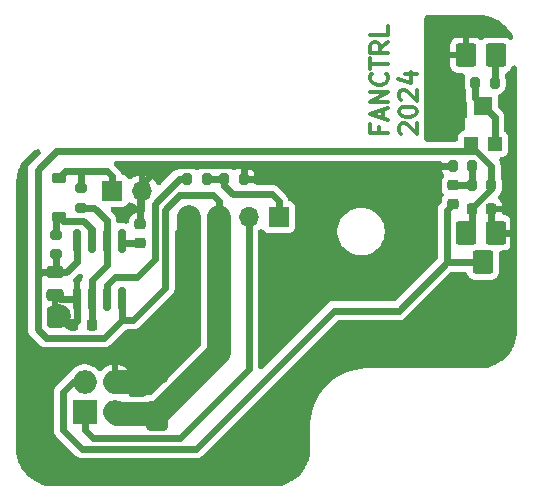
<source format=gbr>
%TF.GenerationSoftware,KiCad,Pcbnew,8.0.5-8.0.5-0~ubuntu22.04.1*%
%TF.CreationDate,2024-11-13T11:33:30+02:00*%
%TF.ProjectId,spindle_fan_control,7370696e-646c-4655-9f66-616e5f636f6e,rev?*%
%TF.SameCoordinates,PX7735940PY6252e60*%
%TF.FileFunction,Copper,L1,Top*%
%TF.FilePolarity,Positive*%
%FSLAX46Y46*%
G04 Gerber Fmt 4.6, Leading zero omitted, Abs format (unit mm)*
G04 Created by KiCad (PCBNEW 8.0.5-8.0.5-0~ubuntu22.04.1) date 2024-11-13 11:33:30*
%MOMM*%
%LPD*%
G01*
G04 APERTURE LIST*
G04 Aperture macros list*
%AMRoundRect*
0 Rectangle with rounded corners*
0 $1 Rounding radius*
0 $2 $3 $4 $5 $6 $7 $8 $9 X,Y pos of 4 corners*
0 Add a 4 corners polygon primitive as box body*
4,1,4,$2,$3,$4,$5,$6,$7,$8,$9,$2,$3,0*
0 Add four circle primitives for the rounded corners*
1,1,$1+$1,$2,$3*
1,1,$1+$1,$4,$5*
1,1,$1+$1,$6,$7*
1,1,$1+$1,$8,$9*
0 Add four rect primitives between the rounded corners*
20,1,$1+$1,$2,$3,$4,$5,0*
20,1,$1+$1,$4,$5,$6,$7,0*
20,1,$1+$1,$6,$7,$8,$9,0*
20,1,$1+$1,$8,$9,$2,$3,0*%
G04 Aperture macros list end*
%ADD10C,0.300000*%
%TA.AperFunction,NonConductor*%
%ADD11C,0.300000*%
%TD*%
%TA.AperFunction,ComponentPad*%
%ADD12RoundRect,0.212500X0.637500X-0.787500X0.637500X0.787500X-0.637500X0.787500X-0.637500X-0.787500X0*%
%TD*%
%TA.AperFunction,SMDPad,CuDef*%
%ADD13RoundRect,0.200000X-0.200000X-0.275000X0.200000X-0.275000X0.200000X0.275000X-0.200000X0.275000X0*%
%TD*%
%TA.AperFunction,SMDPad,CuDef*%
%ADD14RoundRect,0.218750X0.256250X-0.218750X0.256250X0.218750X-0.256250X0.218750X-0.256250X-0.218750X0*%
%TD*%
%TA.AperFunction,SMDPad,CuDef*%
%ADD15RoundRect,0.200000X0.275000X-0.200000X0.275000X0.200000X-0.275000X0.200000X-0.275000X-0.200000X0*%
%TD*%
%TA.AperFunction,ComponentPad*%
%ADD16R,2.000000X2.000000*%
%TD*%
%TA.AperFunction,ComponentPad*%
%ADD17O,2.000000X2.000000*%
%TD*%
%TA.AperFunction,SMDPad,CuDef*%
%ADD18RoundRect,0.150000X0.150000X-0.825000X0.150000X0.825000X-0.150000X0.825000X-0.150000X-0.825000X0*%
%TD*%
%TA.AperFunction,SMDPad,CuDef*%
%ADD19RoundRect,0.200000X0.200000X0.275000X-0.200000X0.275000X-0.200000X-0.275000X0.200000X-0.275000X0*%
%TD*%
%TA.AperFunction,SMDPad,CuDef*%
%ADD20RoundRect,0.225000X-0.250000X0.225000X-0.250000X-0.225000X0.250000X-0.225000X0.250000X0.225000X0*%
%TD*%
%TA.AperFunction,SMDPad,CuDef*%
%ADD21R,1.200000X1.200000*%
%TD*%
%TA.AperFunction,SMDPad,CuDef*%
%ADD22R,1.600000X1.500000*%
%TD*%
%TA.AperFunction,SMDPad,CuDef*%
%ADD23RoundRect,0.225000X0.225000X0.250000X-0.225000X0.250000X-0.225000X-0.250000X0.225000X-0.250000X0*%
%TD*%
%TA.AperFunction,SMDPad,CuDef*%
%ADD24RoundRect,0.250000X0.475000X-0.250000X0.475000X0.250000X-0.475000X0.250000X-0.475000X-0.250000X0*%
%TD*%
%TA.AperFunction,SMDPad,CuDef*%
%ADD25RoundRect,0.250000X0.650000X-1.000000X0.650000X1.000000X-0.650000X1.000000X-0.650000X-1.000000X0*%
%TD*%
%TA.AperFunction,SMDPad,CuDef*%
%ADD26RoundRect,0.200000X-0.275000X0.200000X-0.275000X-0.200000X0.275000X-0.200000X0.275000X0.200000X0*%
%TD*%
%TA.AperFunction,ComponentPad*%
%ADD27R,1.700000X1.700000*%
%TD*%
%TA.AperFunction,ComponentPad*%
%ADD28O,1.700000X1.700000*%
%TD*%
%TA.AperFunction,SMDPad,CuDef*%
%ADD29RoundRect,0.225000X-0.375000X0.225000X-0.375000X-0.225000X0.375000X-0.225000X0.375000X0.225000X0*%
%TD*%
%TA.AperFunction,ViaPad*%
%ADD30C,2.000000*%
%TD*%
%TA.AperFunction,Conductor*%
%ADD31C,0.600000*%
%TD*%
%TA.AperFunction,Conductor*%
%ADD32C,2.000000*%
%TD*%
G04 APERTURE END LIST*
D10*
D11*
X1500198Y8854511D02*
X1500198Y8354511D01*
X2285912Y8354511D02*
X785912Y8354511D01*
X785912Y8354511D02*
X785912Y9068797D01*
X1857341Y9568797D02*
X1857341Y10283082D01*
X2285912Y9425940D02*
X785912Y9925940D01*
X785912Y9925940D02*
X2285912Y10425940D01*
X2285912Y10925939D02*
X785912Y10925939D01*
X785912Y10925939D02*
X2285912Y11783082D01*
X2285912Y11783082D02*
X785912Y11783082D01*
X2143055Y13354511D02*
X2214484Y13283083D01*
X2214484Y13283083D02*
X2285912Y13068797D01*
X2285912Y13068797D02*
X2285912Y12925940D01*
X2285912Y12925940D02*
X2214484Y12711654D01*
X2214484Y12711654D02*
X2071626Y12568797D01*
X2071626Y12568797D02*
X1928769Y12497368D01*
X1928769Y12497368D02*
X1643055Y12425940D01*
X1643055Y12425940D02*
X1428769Y12425940D01*
X1428769Y12425940D02*
X1143055Y12497368D01*
X1143055Y12497368D02*
X1000198Y12568797D01*
X1000198Y12568797D02*
X857341Y12711654D01*
X857341Y12711654D02*
X785912Y12925940D01*
X785912Y12925940D02*
X785912Y13068797D01*
X785912Y13068797D02*
X857341Y13283083D01*
X857341Y13283083D02*
X928769Y13354511D01*
X785912Y13783083D02*
X785912Y14640225D01*
X2285912Y14211654D02*
X785912Y14211654D01*
X2285912Y15997368D02*
X1571626Y15497368D01*
X2285912Y15140225D02*
X785912Y15140225D01*
X785912Y15140225D02*
X785912Y15711654D01*
X785912Y15711654D02*
X857341Y15854511D01*
X857341Y15854511D02*
X928769Y15925940D01*
X928769Y15925940D02*
X1071626Y15997368D01*
X1071626Y15997368D02*
X1285912Y15997368D01*
X1285912Y15997368D02*
X1428769Y15925940D01*
X1428769Y15925940D02*
X1500198Y15854511D01*
X1500198Y15854511D02*
X1571626Y15711654D01*
X1571626Y15711654D02*
X1571626Y15140225D01*
X2285912Y17354511D02*
X2285912Y16640225D01*
X2285912Y16640225D02*
X785912Y16640225D01*
X3343685Y8283083D02*
X3272257Y8354511D01*
X3272257Y8354511D02*
X3200828Y8497368D01*
X3200828Y8497368D02*
X3200828Y8854511D01*
X3200828Y8854511D02*
X3272257Y8997368D01*
X3272257Y8997368D02*
X3343685Y9068797D01*
X3343685Y9068797D02*
X3486542Y9140226D01*
X3486542Y9140226D02*
X3629400Y9140226D01*
X3629400Y9140226D02*
X3843685Y9068797D01*
X3843685Y9068797D02*
X4700828Y8211654D01*
X4700828Y8211654D02*
X4700828Y9140226D01*
X3200828Y10068797D02*
X3200828Y10211654D01*
X3200828Y10211654D02*
X3272257Y10354511D01*
X3272257Y10354511D02*
X3343685Y10425939D01*
X3343685Y10425939D02*
X3486542Y10497368D01*
X3486542Y10497368D02*
X3772257Y10568797D01*
X3772257Y10568797D02*
X4129400Y10568797D01*
X4129400Y10568797D02*
X4415114Y10497368D01*
X4415114Y10497368D02*
X4557971Y10425939D01*
X4557971Y10425939D02*
X4629400Y10354511D01*
X4629400Y10354511D02*
X4700828Y10211654D01*
X4700828Y10211654D02*
X4700828Y10068797D01*
X4700828Y10068797D02*
X4629400Y9925939D01*
X4629400Y9925939D02*
X4557971Y9854511D01*
X4557971Y9854511D02*
X4415114Y9783082D01*
X4415114Y9783082D02*
X4129400Y9711654D01*
X4129400Y9711654D02*
X3772257Y9711654D01*
X3772257Y9711654D02*
X3486542Y9783082D01*
X3486542Y9783082D02*
X3343685Y9854511D01*
X3343685Y9854511D02*
X3272257Y9925939D01*
X3272257Y9925939D02*
X3200828Y10068797D01*
X3343685Y11140225D02*
X3272257Y11211653D01*
X3272257Y11211653D02*
X3200828Y11354510D01*
X3200828Y11354510D02*
X3200828Y11711653D01*
X3200828Y11711653D02*
X3272257Y11854510D01*
X3272257Y11854510D02*
X3343685Y11925939D01*
X3343685Y11925939D02*
X3486542Y11997368D01*
X3486542Y11997368D02*
X3629400Y11997368D01*
X3629400Y11997368D02*
X3843685Y11925939D01*
X3843685Y11925939D02*
X4700828Y11068796D01*
X4700828Y11068796D02*
X4700828Y11997368D01*
X3700828Y13283081D02*
X4700828Y13283081D01*
X3129400Y12925939D02*
X4200828Y12568796D01*
X4200828Y12568796D02*
X4200828Y13497367D01*
D12*
%TO.P,U2,1,VCC*%
%TO.N,+12V*%
X8900000Y-100000D03*
%TO.P,U2,2,VOUT*%
%TO.N,/SPINDLE_SPEED*%
X10300000Y-2600000D03*
%TO.P,U2,3,GND*%
%TO.N,GND*%
X11400000Y-100000D03*
%TO.P,U2,5,K*%
X8860000Y14900000D03*
%TO.P,U2,4,A*%
%TO.N,Net-(U2-A)*%
X11400000Y14900000D03*
%TD*%
D13*
%TO.P,R3,1*%
%TO.N,Net-(R3-Pad1)*%
X9675000Y12600000D03*
%TO.P,R3,2*%
%TO.N,Net-(U2-A)*%
X11325000Y12600000D03*
%TD*%
D14*
%TO.P,D3,1,K*%
%TO.N,/SPINDLE_SPEED*%
X7800000Y2312500D03*
%TO.P,D3,2,A*%
%TO.N,Net-(D3-A)*%
X7800000Y3887500D03*
%TD*%
D15*
%TO.P,R1,1*%
%TO.N,/THR*%
X-23680000Y1990092D03*
%TO.P,R1,2*%
%TO.N,Net-(D1-K)*%
X-23680000Y3640092D03*
%TD*%
D16*
%TO.P,J1,1,Pin_1*%
%TO.N,/FAN_SPEED*%
X-23400000Y-15300000D03*
D17*
%TO.P,J1,2,Pin_2*%
%TO.N,/SPINDLE_SPEED*%
X-23400000Y-12760000D03*
%TO.P,J1,3,Pin_3*%
%TO.N,GND*%
X-20860000Y-12760000D03*
%TO.P,J1,4,Pin_4*%
%TO.N,+12V*%
X-20860000Y-15300000D03*
%TD*%
D13*
%TO.P,R7,1*%
%TO.N,/PWM_5V*%
X-11605000Y4450000D03*
%TO.P,R7,2*%
%TO.N,GND*%
X-9955000Y4450000D03*
%TD*%
D18*
%TO.P,U1,1,GND*%
%TO.N,GND*%
X-24085000Y-5734908D03*
%TO.P,U1,2,TR*%
%TO.N,/THR*%
X-22815000Y-5734908D03*
%TO.P,U1,3,Q*%
%TO.N,/PWM*%
X-21545000Y-5734908D03*
%TO.P,U1,4,R*%
%TO.N,+12V*%
X-20275000Y-5734908D03*
%TO.P,U1,5,CV*%
%TO.N,Net-(U1-CV)*%
X-20275000Y-784908D03*
%TO.P,U1,6,THR*%
%TO.N,/THR*%
X-21545000Y-784908D03*
%TO.P,U1,7,DIS*%
%TO.N,Net-(D1-A)*%
X-22815000Y-784908D03*
%TO.P,U1,8,VCC*%
%TO.N,+12V*%
X-24085000Y-784908D03*
%TD*%
D13*
%TO.P,R6,1*%
%TO.N,/PWM*%
X-14705000Y4450000D03*
%TO.P,R6,2*%
%TO.N,/PWM_5V*%
X-13055000Y4450000D03*
%TD*%
D19*
%TO.P,R4,1*%
%TO.N,Net-(D3-A)*%
X9425000Y5500000D03*
%TO.P,R4,2*%
%TO.N,GND*%
X7775000Y5500000D03*
%TD*%
D20*
%TO.P,C2,1*%
%TO.N,GND*%
X-18680000Y590092D03*
%TO.P,C2,2*%
%TO.N,Net-(U1-CV)*%
X-18680000Y-959908D03*
%TD*%
D21*
%TO.P,RV1,1,1*%
%TO.N,+12V*%
X9300000Y7400000D03*
D22*
%TO.P,RV1,2,2*%
%TO.N,Net-(R3-Pad1)*%
X10300000Y10650000D03*
D21*
%TO.P,RV1,3,3*%
X11300000Y7400000D03*
%TD*%
D23*
%TO.P,C4,1*%
%TO.N,GND*%
X10975000Y1900000D03*
%TO.P,C4,2*%
%TO.N,+12V*%
X9425000Y1900000D03*
%TD*%
D24*
%TO.P,C3,1*%
%TO.N,GND*%
X-25900000Y-5350000D03*
%TO.P,C3,2*%
%TO.N,+12V*%
X-25900000Y-3450000D03*
%TD*%
D19*
%TO.P,R5,1*%
%TO.N,+12V*%
X11025000Y3900000D03*
%TO.P,R5,2*%
%TO.N,Net-(D3-A)*%
X9375000Y3900000D03*
%TD*%
D25*
%TO.P,D2,1,K*%
%TO.N,+12V*%
X-17300000Y-15600000D03*
%TO.P,D2,2,A*%
%TO.N,GND*%
X-17300000Y-11600000D03*
%TD*%
D23*
%TO.P,C1,1*%
%TO.N,/THR*%
X-22805000Y-7884908D03*
%TO.P,C1,2*%
%TO.N,GND*%
X-24355000Y-7884908D03*
%TD*%
D26*
%TO.P,R2,1*%
%TO.N,Net-(D1-A)*%
X-25800000Y-275000D03*
%TO.P,R2,2*%
%TO.N,+12V*%
X-25800000Y-1925000D03*
%TD*%
D27*
%TO.P,TH1,1*%
%TO.N,Net-(D1-K)*%
X-21080000Y3450000D03*
D28*
%TO.P,TH1,2*%
%TO.N,GND*%
X-18540000Y3450000D03*
%TD*%
D27*
%TO.P,J2,1,Pin_1*%
%TO.N,/PWM_5V*%
X-6980000Y1225000D03*
D28*
%TO.P,J2,2,Pin_2*%
%TO.N,/FAN_SPEED*%
X-9520000Y1225000D03*
%TO.P,J2,3,Pin_3*%
%TO.N,+12V*%
X-12060000Y1225000D03*
%TO.P,J2,4,Pin_4*%
%TO.N,GND*%
X-14600000Y1225000D03*
%TD*%
D29*
%TO.P,D1,1,K*%
%TO.N,Net-(D1-K)*%
X-25600000Y4550000D03*
%TO.P,D1,2,A*%
%TO.N,Net-(D1-A)*%
X-25600000Y1250000D03*
%TD*%
D30*
%TO.N,GND*%
X6900000Y10700000D03*
X-27500000Y-10900000D03*
X-5500000Y4100000D03*
X-25576129Y-7176129D03*
X10000000Y-7900000D03*
%TD*%
D31*
%TO.N,Net-(R3-Pad1)*%
X9675000Y12600000D02*
X9675000Y11275000D01*
X9675000Y11275000D02*
X10300000Y10650000D01*
%TO.N,Net-(U2-A)*%
X11325000Y12600000D02*
X11325000Y14825000D01*
X11325000Y14825000D02*
X11400000Y14900000D01*
%TO.N,GND*%
X12900000Y-800000D02*
X12900000Y2500000D01*
X12900000Y-100000D02*
X12900000Y-800000D01*
X12900000Y-800000D02*
X12900000Y-5900000D01*
X11400000Y-100000D02*
X12900000Y-100000D01*
X12900000Y-5900000D02*
X10900000Y-7900000D01*
X10900000Y-7900000D02*
X10000000Y-7900000D01*
%TO.N,/THR*%
X-22815000Y-4119908D02*
X-21545000Y-2849908D01*
X-21545000Y-2849908D02*
X-21545000Y-784908D01*
X-22815000Y-5734908D02*
X-22815000Y-7874908D01*
X-21545000Y945000D02*
X-22590092Y1990092D01*
X-22815000Y-7874908D02*
X-22805000Y-7884908D01*
X-21545000Y-784908D02*
X-21545000Y945000D01*
X-22590092Y1990092D02*
X-23680000Y1990092D01*
X-22815000Y-5734908D02*
X-22815000Y-4119908D01*
%TO.N,GND*%
X-10130000Y5600000D02*
X-16930000Y5600000D01*
X-24085000Y-7614908D02*
X-24355000Y-7884908D01*
D32*
X-18260000Y-12760000D02*
X-14600000Y-9100000D01*
D31*
X-18680000Y3310000D02*
X-18540000Y3450000D01*
X-16930000Y5600000D02*
X-18540000Y3990000D01*
X-10030000Y5500000D02*
X-10130000Y5600000D01*
D32*
X-20860000Y-12760000D02*
X-18260000Y-12760000D01*
D31*
X-25515092Y-5734908D02*
X-25900000Y-5350000D01*
X-18680000Y590092D02*
X-18680000Y3310000D01*
X-24085000Y-5734908D02*
X-25515092Y-5734908D01*
X7775000Y5500000D02*
X-10030000Y5500000D01*
X10975000Y1900000D02*
X10975000Y325000D01*
X10975000Y325000D02*
X11400000Y-100000D01*
D32*
X-14600000Y-2150000D02*
X-14600000Y-50000D01*
D31*
X-5500000Y4100000D02*
X-5850000Y4450000D01*
X-14875000Y-7525000D02*
X-14600000Y-7250000D01*
X-5850000Y4450000D02*
X-9955000Y4450000D01*
X-24085000Y-5734908D02*
X-24085000Y-7614908D01*
X-18540000Y3990000D02*
X-18540000Y3450000D01*
X-24867350Y-7884908D02*
X-24355000Y-7884908D01*
X-9955000Y5425000D02*
X-10130000Y5600000D01*
X-14850000Y200000D02*
X-14600000Y-50000D01*
X-25576129Y-7176129D02*
X-24867350Y-7884908D01*
D32*
X-14600000Y-50000D02*
X-14600000Y1225000D01*
D31*
X-14600000Y-7250000D02*
X-14600000Y-2150000D01*
X-9955000Y4450000D02*
X-9955000Y5425000D01*
D32*
X-14600000Y-9100000D02*
X-14600000Y-2150000D01*
D31*
%TO.N,Net-(U1-CV)*%
X-18680000Y-959908D02*
X-20100000Y-959908D01*
X-20100000Y-959908D02*
X-20275000Y-784908D01*
%TO.N,+12V*%
X-25800000Y-1925000D02*
X-25800000Y-3350000D01*
X-25900000Y-3450000D02*
X-24950000Y-3450000D01*
X11025000Y3597960D02*
X9425000Y1997960D01*
X-15380000Y3050000D02*
X-16580000Y1850000D01*
X-27400000Y-2395000D02*
X-27400000Y-3600000D01*
X-27400000Y-8300000D02*
X-26700000Y-9000000D01*
X8700000Y6800000D02*
X-25800000Y6800000D01*
X-24085000Y-2585000D02*
X-24085000Y-784908D01*
X-27050000Y-3450000D02*
X-25900000Y-3450000D01*
D32*
X-12060000Y-10260000D02*
X-17300000Y-15500000D01*
D31*
X-12060000Y1225000D02*
X-12060000Y2530000D01*
X-21775000Y-9000000D02*
X-20275000Y-7500000D01*
X-12580000Y3050000D02*
X-15380000Y3050000D01*
X9425000Y1900000D02*
X9425000Y425000D01*
D32*
X-17300000Y-15500000D02*
X-20660000Y-15500000D01*
D31*
X-25800000Y-3350000D02*
X-25900000Y-3450000D01*
X-16580000Y1850000D02*
X-16580000Y-4780000D01*
X-27400000Y-3600000D02*
X-27300000Y-3700000D01*
X9736912Y6800000D02*
X11025000Y5511912D01*
X-27300000Y-3700000D02*
X-27050000Y-3450000D01*
X9425000Y1997960D02*
X9425000Y1900000D01*
X11025000Y3900000D02*
X11025000Y3597960D01*
X-19300000Y-7500000D02*
X-20275000Y-7500000D01*
X-25800000Y6800000D02*
X-27400000Y5200000D01*
D32*
X-12060000Y1225000D02*
X-12060000Y-10260000D01*
D31*
X11025000Y5511912D02*
X11025000Y3900000D01*
D32*
X-20660000Y-15500000D02*
X-20860000Y-15300000D01*
D31*
X9300000Y7400000D02*
X8700000Y6800000D01*
X-27400000Y-2395000D02*
X-27400000Y-8300000D01*
X8700000Y6800000D02*
X9736912Y6800000D01*
X-20275000Y-7500000D02*
X-20275000Y-5734908D01*
X9425000Y425000D02*
X8900000Y-100000D01*
X-12060000Y2530000D02*
X-12580000Y3050000D01*
X-16580000Y-4780000D02*
X-19300000Y-7500000D01*
X-24950000Y-3450000D02*
X-24085000Y-2585000D01*
X-27400000Y5200000D02*
X-27400000Y-2395000D01*
X-26700000Y-9000000D02*
X-21775000Y-9000000D01*
%TO.N,Net-(D1-K)*%
X-21500000Y5100000D02*
X-23500000Y5100000D01*
X-23680000Y4920000D02*
X-23500000Y5100000D01*
X-21080000Y4680000D02*
X-21500000Y5100000D01*
X-23500000Y5100000D02*
X-25050000Y5100000D01*
X-23680000Y3640092D02*
X-23680000Y4920000D01*
X-21080000Y3450000D02*
X-21080000Y4680000D01*
X-25050000Y5100000D02*
X-25600000Y4550000D01*
%TO.N,Net-(D1-A)*%
X-25800000Y-275000D02*
X-25800000Y1050000D01*
X-25800000Y1050000D02*
X-25600000Y1250000D01*
X-22815000Y-784908D02*
X-22815000Y190091D01*
X-23524909Y900000D02*
X-25250000Y900000D01*
X-25250000Y900000D02*
X-25600000Y1250000D01*
X-22815000Y190091D02*
X-23524909Y900000D01*
%TO.N,/SPINDLE_SPEED*%
X-24360000Y-12760000D02*
X-25200000Y-13600000D01*
X-23600000Y-18400000D02*
X-14000000Y-18400000D01*
X-23400000Y-12760000D02*
X-24360000Y-12760000D01*
X-25200000Y-16800000D02*
X-23600000Y-18400000D01*
X-14000000Y-18400000D02*
X-2300000Y-6700000D01*
X3200000Y-6700000D02*
X7300000Y-2600000D01*
X-25200000Y-13600000D02*
X-25200000Y-16800000D01*
X7300000Y-2600000D02*
X10300000Y-2600000D01*
X7300000Y-2600000D02*
X7300000Y1812500D01*
X-2300000Y-6700000D02*
X3200000Y-6700000D01*
X7300000Y1812500D02*
X7800000Y2312500D01*
%TO.N,Net-(D3-A)*%
X9425000Y3950000D02*
X9375000Y3900000D01*
X7800000Y3887500D02*
X9362500Y3887500D01*
X9362500Y3887500D02*
X9375000Y3900000D01*
X9425000Y5500000D02*
X9425000Y3950000D01*
%TO.N,/FAN_SPEED*%
X-9520000Y-11690000D02*
X-15330000Y-17500000D01*
X-22700000Y-17500000D02*
X-23400000Y-16800000D01*
X-15330000Y-17500000D02*
X-22700000Y-17500000D01*
X-9520000Y1225000D02*
X-9520000Y-11690000D01*
X-23400000Y-16800000D02*
X-23400000Y-15300000D01*
%TO.N,/PWM_5V*%
X-7580000Y3150000D02*
X-6980000Y2550000D01*
X-10880000Y3150000D02*
X-7580000Y3150000D01*
X-11605000Y3875000D02*
X-10880000Y3150000D01*
X-6980000Y2550000D02*
X-6980000Y1225000D01*
X-11605000Y4450000D02*
X-11605000Y3875000D01*
X-13055000Y4450000D02*
X-11605000Y4450000D01*
%TO.N,Net-(R3-Pad1)*%
X11300000Y7400000D02*
X11300000Y9650000D01*
X11300000Y9650000D02*
X10300000Y10650000D01*
X10425000Y10775000D02*
X10300000Y10650000D01*
%TO.N,GND*%
X8775000Y14815000D02*
X8860000Y14900000D01*
%TO.N,/PWM*%
X-15380000Y4450000D02*
X-17480000Y2350000D01*
X-17480000Y2350000D02*
X-17480000Y-2380000D01*
X-21545000Y-4515000D02*
X-21545000Y-5734908D01*
X-18950000Y-3850000D02*
X-20880000Y-3850000D01*
X-20880000Y-3850000D02*
X-21545000Y-4515000D01*
X-17480000Y-2380000D02*
X-18950000Y-3850000D01*
X-14705000Y4450000D02*
X-15380000Y4450000D01*
%TD*%
%TA.AperFunction,Conductor*%
%TO.N,GND*%
G36*
X-27304812Y6939277D02*
G01*
X-27220044Y6891806D01*
X-27159896Y6815509D01*
X-27133524Y6722002D01*
X-27144943Y6625520D01*
X-27192414Y6540752D01*
X-27205686Y6526395D01*
X-27910289Y5821790D01*
X-28021788Y5710291D01*
X-28021790Y5710288D01*
X-28109394Y5579181D01*
X-28109397Y5579174D01*
X-28169737Y5433498D01*
X-28169739Y5433493D01*
X-28200500Y5278847D01*
X-28200500Y-8378846D01*
X-28169739Y-8533492D01*
X-28169737Y-8533497D01*
X-28109397Y-8679173D01*
X-28109394Y-8679180D01*
X-28021790Y-8810287D01*
X-28021789Y-8810289D01*
X-27321790Y-9510289D01*
X-27210291Y-9621787D01*
X-27210289Y-9621789D01*
X-27079179Y-9709394D01*
X-26976167Y-9752062D01*
X-26933498Y-9769737D01*
X-26778843Y-9800500D01*
X-26778842Y-9800500D01*
X-26778840Y-9800500D01*
X-21696158Y-9800500D01*
X-21541503Y-9769737D01*
X-21395821Y-9709394D01*
X-21264711Y-9621789D01*
X-20016352Y-8373430D01*
X-19935570Y-8319454D01*
X-19840282Y-8300500D01*
X-19221158Y-8300500D01*
X-19066503Y-8269737D01*
X-18920821Y-8209394D01*
X-18789711Y-8121789D01*
X-15958211Y-5290289D01*
X-15870606Y-5159179D01*
X-15810263Y-5013497D01*
X-15779500Y-4858842D01*
X-15779500Y-4701158D01*
X-15779500Y-75475D01*
X-15760546Y19813D01*
X-15706570Y100595D01*
X-15625788Y154571D01*
X-15530500Y173525D01*
X-15435212Y154571D01*
X-15387679Y128494D01*
X-15277577Y51400D01*
X-15063489Y-48431D01*
X-14850000Y-105635D01*
X-14850000Y791988D01*
X-14792993Y759075D01*
X-14665826Y725000D01*
X-14534174Y725000D01*
X-14407007Y759075D01*
X-14350000Y791988D01*
X-14350000Y-105635D01*
X-14136512Y-48431D01*
X-13914732Y54986D01*
X-13820361Y78078D01*
X-13724337Y63299D01*
X-13641278Y12897D01*
X-13583829Y-65453D01*
X-13560737Y-159824D01*
X-13560500Y-170685D01*
X-13560500Y-9535332D01*
X-13579454Y-9630620D01*
X-13633430Y-9711402D01*
X-17698599Y-13776570D01*
X-17779381Y-13830546D01*
X-17874667Y-13849500D01*
X-18000006Y-13849500D01*
X-18102801Y-13860001D01*
X-18269335Y-13915185D01*
X-18269336Y-13915186D01*
X-18345929Y-13962429D01*
X-18436981Y-13996320D01*
X-18476646Y-13999500D01*
X-19417935Y-13999500D01*
X-19513223Y-13980546D01*
X-19594005Y-13926570D01*
X-19647981Y-13845788D01*
X-19666935Y-13750500D01*
X-19647981Y-13655212D01*
X-19626389Y-13614310D01*
X-19536274Y-13476377D01*
X-19536269Y-13476368D01*
X-19436414Y-13248722D01*
X-19375961Y-13010000D01*
X-20484722Y-13010000D01*
X-20440667Y-12933694D01*
X-20410000Y-12819244D01*
X-20410000Y-12700756D01*
X-20440667Y-12586306D01*
X-20484722Y-12510000D01*
X-19375961Y-12510000D01*
X-19436414Y-12271277D01*
X-19536269Y-12043631D01*
X-19536269Y-12043630D01*
X-19672231Y-11835524D01*
X-19672233Y-11835522D01*
X-19840589Y-11652639D01*
X-19840601Y-11652629D01*
X-20036763Y-11499949D01*
X-20036770Y-11499944D01*
X-20255394Y-11381630D01*
X-20490513Y-11300915D01*
X-20610000Y-11280976D01*
X-20610000Y-12384722D01*
X-20686306Y-12340667D01*
X-20800756Y-12310000D01*
X-20919244Y-12310000D01*
X-21033694Y-12340667D01*
X-21110000Y-12384722D01*
X-21110000Y-11280976D01*
X-21110001Y-11280976D01*
X-21229488Y-11300915D01*
X-21464607Y-11381630D01*
X-21683231Y-11499944D01*
X-21683238Y-11499949D01*
X-21879400Y-11652629D01*
X-21879407Y-11652635D01*
X-21946466Y-11725480D01*
X-22024949Y-11782748D01*
X-22119372Y-11805622D01*
X-22215362Y-11790621D01*
X-22298305Y-11740029D01*
X-22312854Y-11725479D01*
X-22380248Y-11652270D01*
X-22380253Y-11652265D01*
X-22380256Y-11652262D01*
X-22401104Y-11636035D01*
X-22576486Y-11499529D01*
X-22576490Y-11499526D01*
X-22576491Y-11499526D01*
X-22681117Y-11442905D01*
X-22795189Y-11381172D01*
X-23030379Y-11300430D01*
X-23030390Y-11300428D01*
X-23275665Y-11259500D01*
X-23524335Y-11259500D01*
X-23769611Y-11300428D01*
X-23769622Y-11300430D01*
X-24004812Y-11381172D01*
X-24223515Y-11499529D01*
X-24419739Y-11652257D01*
X-24419752Y-11652269D01*
X-24588164Y-11835214D01*
X-24588172Y-11835225D01*
X-24693090Y-11995814D01*
X-24761075Y-12065220D01*
X-24763206Y-12066659D01*
X-24870286Y-12138207D01*
X-24870291Y-12138211D01*
X-24870290Y-12138212D01*
X-25710289Y-12978211D01*
X-25710290Y-12978210D01*
X-25821788Y-13089709D01*
X-25821790Y-13089712D01*
X-25909394Y-13220819D01*
X-25909397Y-13220826D01*
X-25969737Y-13366502D01*
X-25969739Y-13366507D01*
X-26000500Y-13521153D01*
X-26000500Y-16878846D01*
X-25969739Y-17033492D01*
X-25969737Y-17033497D01*
X-25909397Y-17179173D01*
X-25909394Y-17179180D01*
X-25821792Y-17310285D01*
X-25821789Y-17310289D01*
X-24110289Y-19021789D01*
X-23979179Y-19109394D01*
X-23979177Y-19109394D01*
X-23979175Y-19109396D01*
X-23906338Y-19139566D01*
X-23833497Y-19169738D01*
X-23678842Y-19200500D01*
X-23678839Y-19200500D01*
X-13921158Y-19200500D01*
X-13766503Y-19169737D01*
X-13620821Y-19109394D01*
X-13489711Y-19021789D01*
X-2041352Y-7573430D01*
X-1960570Y-7519454D01*
X-1865282Y-7500500D01*
X3278842Y-7500500D01*
X3433497Y-7469737D01*
X3579179Y-7409394D01*
X3710289Y-7321789D01*
X7558648Y-3473430D01*
X7639430Y-3419454D01*
X7734718Y-3400500D01*
X8735877Y-3400500D01*
X8831165Y-3419454D01*
X8911947Y-3473430D01*
X8965923Y-3554212D01*
X8972238Y-3571178D01*
X9011900Y-3690873D01*
X9011905Y-3690883D01*
X9099401Y-3832735D01*
X9099403Y-3832737D01*
X9099404Y-3832739D01*
X9217261Y-3950596D01*
X9217263Y-3950597D01*
X9217264Y-3950598D01*
X9359116Y-4038094D01*
X9359119Y-4038095D01*
X9359122Y-4038097D01*
X9517337Y-4090524D01*
X9614987Y-4100500D01*
X10985012Y-4100499D01*
X11082663Y-4090524D01*
X11161770Y-4064310D01*
X11240873Y-4038099D01*
X11240875Y-4038097D01*
X11240878Y-4038097D01*
X11382739Y-3950596D01*
X11500596Y-3832739D01*
X11588097Y-3690878D01*
X11640524Y-3532663D01*
X11650500Y-3435013D01*
X11650499Y-1848998D01*
X11669453Y-1753711D01*
X11723429Y-1672930D01*
X11804211Y-1618953D01*
X11899499Y-1599999D01*
X12084962Y-1599999D01*
X12084978Y-1599998D01*
X12182564Y-1590029D01*
X12182567Y-1590028D01*
X12340662Y-1537641D01*
X12340664Y-1537640D01*
X12482423Y-1450202D01*
X12482427Y-1450199D01*
X12600199Y-1332427D01*
X12600202Y-1332423D01*
X12687639Y-1190666D01*
X12714138Y-1110697D01*
X12762102Y-1026207D01*
X12838748Y-966504D01*
X12932407Y-940676D01*
X13028821Y-952656D01*
X13113311Y-1000620D01*
X13173014Y-1077266D01*
X13198842Y-1170925D01*
X13199500Y-1189018D01*
X13199500Y-8393474D01*
X13199159Y-8406506D01*
X13182655Y-8721412D01*
X13179930Y-8747332D01*
X13131625Y-9052316D01*
X13126206Y-9077810D01*
X13046280Y-9376097D01*
X13038227Y-9400884D01*
X12927563Y-9689175D01*
X12916962Y-9712986D01*
X12776774Y-9988120D01*
X12763742Y-10010691D01*
X12595556Y-10269675D01*
X12580236Y-10290761D01*
X12385908Y-10530736D01*
X12368469Y-10550105D01*
X12150105Y-10768469D01*
X12130736Y-10785908D01*
X11890761Y-10980236D01*
X11869675Y-10995556D01*
X11610691Y-11163742D01*
X11588120Y-11176774D01*
X11312986Y-11316962D01*
X11289175Y-11327563D01*
X11000884Y-11438227D01*
X10976097Y-11446280D01*
X10677810Y-11526206D01*
X10652316Y-11531625D01*
X10347332Y-11579930D01*
X10321412Y-11582655D01*
X10006507Y-11599159D01*
X9993475Y-11599500D01*
X290395Y-11599500D01*
X-127185Y-11636034D01*
X-127196Y-11636035D01*
X-539995Y-11708823D01*
X-540028Y-11708830D01*
X-944913Y-11817319D01*
X-944921Y-11817322D01*
X-1338819Y-11960689D01*
X-1338834Y-11960695D01*
X-1718726Y-12137842D01*
X-1718755Y-12137857D01*
X-2081751Y-12347434D01*
X-2081772Y-12347447D01*
X-2425131Y-12587869D01*
X-2425143Y-12587878D01*
X-2425143Y-12587879D01*
X-2746260Y-12857329D01*
X-3042671Y-13153740D01*
X-3122504Y-13248881D01*
X-3312131Y-13474869D01*
X-3552553Y-13818228D01*
X-3552566Y-13818249D01*
X-3762143Y-14181245D01*
X-3762158Y-14181274D01*
X-3939305Y-14561166D01*
X-3939311Y-14561181D01*
X-4082678Y-14955079D01*
X-4082681Y-14955087D01*
X-4191170Y-15359972D01*
X-4191177Y-15360005D01*
X-4263965Y-15772804D01*
X-4263966Y-15772815D01*
X-4300500Y-16190395D01*
X-4300500Y-18393474D01*
X-4300841Y-18406506D01*
X-4317345Y-18721412D01*
X-4320070Y-18747332D01*
X-4368375Y-19052316D01*
X-4373794Y-19077810D01*
X-4453720Y-19376097D01*
X-4461773Y-19400884D01*
X-4572437Y-19689175D01*
X-4583038Y-19712986D01*
X-4723226Y-19988120D01*
X-4736258Y-20010691D01*
X-4904444Y-20269675D01*
X-4919764Y-20290761D01*
X-5114092Y-20530736D01*
X-5131531Y-20550105D01*
X-5349895Y-20768469D01*
X-5369264Y-20785908D01*
X-5609239Y-20980236D01*
X-5630325Y-20995556D01*
X-5889309Y-21163742D01*
X-5911880Y-21176774D01*
X-6187014Y-21316962D01*
X-6210825Y-21327563D01*
X-6499116Y-21438227D01*
X-6523903Y-21446280D01*
X-6822190Y-21526206D01*
X-6847684Y-21531625D01*
X-7152668Y-21579930D01*
X-7178588Y-21582655D01*
X-7493493Y-21599159D01*
X-7506525Y-21599500D01*
X-25993475Y-21599500D01*
X-26006507Y-21599159D01*
X-26321413Y-21582655D01*
X-26347333Y-21579930D01*
X-26652317Y-21531625D01*
X-26677811Y-21526206D01*
X-26976098Y-21446280D01*
X-27000885Y-21438227D01*
X-27289176Y-21327563D01*
X-27312982Y-21316964D01*
X-27588132Y-21176768D01*
X-27610692Y-21163742D01*
X-27869676Y-20995556D01*
X-27890762Y-20980236D01*
X-28130737Y-20785908D01*
X-28150106Y-20768469D01*
X-28368470Y-20550105D01*
X-28385909Y-20530736D01*
X-28580237Y-20290761D01*
X-28595557Y-20269675D01*
X-28763743Y-20010691D01*
X-28776765Y-19988137D01*
X-28916969Y-19712973D01*
X-28927564Y-19689175D01*
X-29038228Y-19400884D01*
X-29046281Y-19376097D01*
X-29126207Y-19077810D01*
X-29131626Y-19052316D01*
X-29136461Y-19021791D01*
X-29179932Y-18747330D01*
X-29182656Y-18721411D01*
X-29199159Y-18406505D01*
X-29199500Y-18393474D01*
X-29199500Y4093479D01*
X-29199159Y4106510D01*
X-29196661Y4154177D01*
X-29182656Y4421418D01*
X-29179931Y4447333D01*
X-29177195Y4464606D01*
X-29131625Y4752326D01*
X-29126207Y4777811D01*
X-29046281Y5076098D01*
X-29038228Y5100885D01*
X-29015768Y5159394D01*
X-28927562Y5389182D01*
X-28916973Y5412967D01*
X-28776761Y5688147D01*
X-28763750Y5710681D01*
X-28595552Y5969684D01*
X-28580243Y5990755D01*
X-28385900Y6230748D01*
X-28368480Y6250096D01*
X-28150096Y6468480D01*
X-28130748Y6485900D01*
X-27890755Y6680243D01*
X-27869684Y6695552D01*
X-27610681Y6863750D01*
X-27588140Y6876764D01*
X-27494795Y6924326D01*
X-27401294Y6950696D01*
X-27304812Y6939277D01*
G37*
%TD.AperFunction*%
%TA.AperFunction,Conductor*%
G36*
X6721288Y5980546D02*
G01*
X6802070Y5926570D01*
X6856046Y5845788D01*
X6875000Y5750500D01*
X6875000Y5750001D01*
X6875001Y5750000D01*
X7776000Y5750000D01*
X7871288Y5731046D01*
X7952070Y5677070D01*
X8006046Y5596288D01*
X8025000Y5501000D01*
X8025000Y5499000D01*
X8006046Y5403712D01*
X7952070Y5322930D01*
X7871288Y5268954D01*
X7776000Y5250000D01*
X6875002Y5250000D01*
X6875001Y5249999D01*
X6875001Y5168432D01*
X6881409Y5097895D01*
X6931981Y4935603D01*
X6931983Y4935598D01*
X6991847Y4836572D01*
X7024923Y4745221D01*
X7020523Y4648166D01*
X6982960Y4567965D01*
X6983333Y4567735D01*
X6981340Y4564505D01*
X6979316Y4560182D01*
X6975964Y4555789D01*
X6887451Y4412288D01*
X6834564Y4252687D01*
X6834564Y4252684D01*
X6824500Y4154177D01*
X6824500Y3620824D01*
X6834564Y3522317D01*
X6834564Y3522314D01*
X6887451Y3362713D01*
X6968866Y3230719D01*
X7002758Y3139667D01*
X6999226Y3042576D01*
X6968866Y2969281D01*
X6887451Y2837288D01*
X6834564Y2677687D01*
X6834564Y2677684D01*
X6824500Y2579177D01*
X6824500Y2572218D01*
X6805546Y2476930D01*
X6751571Y2396149D01*
X6678209Y2322787D01*
X6590606Y2191681D01*
X6590603Y2191674D01*
X6530263Y2045998D01*
X6530261Y2045993D01*
X6499500Y1891347D01*
X6499500Y-2165282D01*
X6480546Y-2260570D01*
X6426570Y-2341352D01*
X2941352Y-5826570D01*
X2860570Y-5880546D01*
X2765282Y-5899500D01*
X-2221157Y-5899500D01*
X-2378842Y-5899500D01*
X-2533497Y-5930262D01*
X-2533498Y-5930262D01*
X-2533501Y-5930263D01*
X-2679175Y-5990603D01*
X-2679180Y-5990606D01*
X-2810286Y-6078208D01*
X-8294430Y-11562351D01*
X-8375212Y-11616327D01*
X-8470500Y-11635281D01*
X-8565788Y-11616327D01*
X-8646570Y-11562351D01*
X-8700546Y-11481569D01*
X-8719500Y-11386281D01*
X-8719500Y-20065D01*
X-8700546Y75223D01*
X-8646570Y156005D01*
X-8565788Y209981D01*
X-8470500Y228935D01*
X-8375212Y209981D01*
X-8294430Y156005D01*
X-8271168Y129158D01*
X-8253671Y105786D01*
X-8215643Y54986D01*
X-8187546Y17454D01*
X-8072331Y-68796D01*
X-7937483Y-119091D01*
X-7877873Y-125500D01*
X-6082128Y-125499D01*
X-6022517Y-119091D01*
X-5887669Y-68796D01*
X-5772454Y17454D01*
X-5687364Y131120D01*
X-2000500Y131120D01*
X-2000500Y-131119D01*
X-1966271Y-391112D01*
X-1898399Y-644417D01*
X-1798047Y-886689D01*
X-1798045Y-886693D01*
X-1798043Y-886697D01*
X-1732270Y-1000620D01*
X-1666927Y-1113798D01*
X-1666918Y-1113812D01*
X-1507287Y-1321845D01*
X-1507282Y-1321851D01*
X-1321851Y-1507282D01*
X-1321847Y-1507285D01*
X-1321846Y-1507286D01*
X-1113813Y-1666917D01*
X-1113808Y-1666920D01*
X-1113803Y-1666924D01*
X-886697Y-1798043D01*
X-886692Y-1798045D01*
X-886690Y-1798046D01*
X-839386Y-1817640D01*
X-644419Y-1898398D01*
X-391116Y-1966270D01*
X-131120Y-2000500D01*
X131120Y-2000500D01*
X391116Y-1966270D01*
X644419Y-1898398D01*
X886697Y-1798043D01*
X1113803Y-1666924D01*
X1321851Y-1507282D01*
X1507282Y-1321851D01*
X1666924Y-1113803D01*
X1798043Y-886697D01*
X1898398Y-644419D01*
X1966270Y-391116D01*
X2000500Y-131120D01*
X2000500Y131120D01*
X1966270Y391116D01*
X1898398Y644419D01*
X1798043Y886697D01*
X1666924Y1113803D01*
X1666920Y1113808D01*
X1666917Y1113813D01*
X1507286Y1321846D01*
X1507285Y1321847D01*
X1507282Y1321851D01*
X1321851Y1507282D01*
X1321846Y1507286D01*
X1321845Y1507287D01*
X1113812Y1666918D01*
X1113798Y1666927D01*
X960881Y1755213D01*
X886697Y1798043D01*
X886695Y1798044D01*
X886693Y1798045D01*
X886689Y1798047D01*
X644417Y1898399D01*
X520835Y1931512D01*
X391116Y1966270D01*
X391111Y1966271D01*
X391114Y1966271D01*
X131120Y2000500D01*
X-131120Y2000500D01*
X-391113Y1966271D01*
X-644418Y1898399D01*
X-886690Y1798047D01*
X-886694Y1798045D01*
X-1113799Y1666927D01*
X-1113813Y1666918D01*
X-1321846Y1507287D01*
X-1507287Y1321846D01*
X-1666918Y1113813D01*
X-1666927Y1113799D01*
X-1798045Y886694D01*
X-1798047Y886690D01*
X-1898399Y644418D01*
X-1966271Y391113D01*
X-2000500Y131120D01*
X-5687364Y131120D01*
X-5686204Y132669D01*
X-5635909Y267517D01*
X-5629500Y327127D01*
X-5629501Y2122872D01*
X-5635909Y2182483D01*
X-5686204Y2317331D01*
X-5772454Y2432546D01*
X-5887669Y2518796D01*
X-6022517Y2569091D01*
X-6022518Y2569092D01*
X-6037111Y2574534D01*
X-6036478Y2576232D01*
X-6107429Y2608641D01*
X-6173627Y2679753D01*
X-6205990Y2762017D01*
X-6210263Y2783496D01*
X-6210263Y2783497D01*
X-6216460Y2798457D01*
X-6216462Y2798463D01*
X-6270604Y2929174D01*
X-6270607Y2929181D01*
X-6321206Y3004907D01*
X-6358211Y3060289D01*
X-6398641Y3100719D01*
X-6469710Y3171789D01*
X-7069711Y3771789D01*
X-7113613Y3801124D01*
X-7200820Y3859394D01*
X-7200827Y3859397D01*
X-7346503Y3919737D01*
X-7346508Y3919739D01*
X-7501154Y3950500D01*
X-7501158Y3950500D01*
X-8806000Y3950500D01*
X-8901288Y3969454D01*
X-8982070Y4023430D01*
X-9036046Y4104212D01*
X-9055000Y4199500D01*
X-9055000Y4199999D01*
X-9055001Y4200000D01*
X-9956000Y4200000D01*
X-10051288Y4218954D01*
X-10132070Y4272930D01*
X-10186046Y4353712D01*
X-10205000Y4449000D01*
X-10205000Y5424999D01*
X-9705000Y5424999D01*
X-9705000Y4700001D01*
X-9704999Y4700000D01*
X-9055002Y4700000D01*
X-9055001Y4700001D01*
X-9055001Y4781569D01*
X-9061410Y4852106D01*
X-9111982Y5014398D01*
X-9111984Y5014403D01*
X-9199923Y5159871D01*
X-9320130Y5280078D01*
X-9465598Y5368017D01*
X-9465603Y5368019D01*
X-9627899Y5418592D01*
X-9698409Y5424999D01*
X-9698433Y5425000D01*
X-9704999Y5425000D01*
X-9705000Y5424999D01*
X-10205000Y5424999D01*
X-10205000Y5425000D01*
X-10211565Y5424999D01*
X-10211574Y5424999D01*
X-10282106Y5418591D01*
X-10444398Y5368019D01*
X-10444403Y5368017D01*
X-10589871Y5280078D01*
X-10603576Y5266372D01*
X-10684358Y5212396D01*
X-10779646Y5193442D01*
X-10874934Y5212396D01*
X-10955713Y5266370D01*
X-10969815Y5280472D01*
X-11008819Y5304051D01*
X-11115392Y5368478D01*
X-11277804Y5419086D01*
X-11277812Y5419088D01*
X-11348370Y5425500D01*
X-11348384Y5425500D01*
X-11861616Y5425500D01*
X-11861631Y5425500D01*
X-11932189Y5419088D01*
X-11932197Y5419086D01*
X-12094611Y5368477D01*
X-12201183Y5304051D01*
X-12292534Y5270975D01*
X-12389589Y5275375D01*
X-12458817Y5304051D01*
X-12565390Y5368477D01*
X-12727804Y5419086D01*
X-12727812Y5419088D01*
X-12798370Y5425500D01*
X-12798384Y5425500D01*
X-13311616Y5425500D01*
X-13311631Y5425500D01*
X-13382189Y5419088D01*
X-13382197Y5419086D01*
X-13544609Y5368478D01*
X-13690187Y5280471D01*
X-13703934Y5266724D01*
X-13784717Y5212749D01*
X-13880005Y5193797D01*
X-13975293Y5212753D01*
X-14056066Y5266724D01*
X-14069814Y5280471D01*
X-14069815Y5280472D01*
X-14108819Y5304051D01*
X-14215392Y5368478D01*
X-14377804Y5419086D01*
X-14377812Y5419088D01*
X-14448370Y5425500D01*
X-14448384Y5425500D01*
X-14961616Y5425500D01*
X-14961631Y5425500D01*
X-15032189Y5419088D01*
X-15032197Y5419086D01*
X-15194607Y5368478D01*
X-15244122Y5338545D01*
X-15330364Y5286410D01*
X-15421710Y5253335D01*
X-15457731Y5250610D01*
X-15458848Y5250500D01*
X-15613495Y5219739D01*
X-15613498Y5219738D01*
X-15656167Y5202063D01*
X-15656168Y5202063D01*
X-15759172Y5159398D01*
X-15759180Y5159394D01*
X-15872467Y5083697D01*
X-15890289Y5071789D01*
X-15890291Y5071788D01*
X-16945796Y4016285D01*
X-17026577Y3962309D01*
X-17121865Y3943355D01*
X-17217153Y3962309D01*
X-17297935Y4016286D01*
X-17347536Y4087123D01*
X-17366402Y4127580D01*
X-17501890Y4321077D01*
X-17668924Y4488111D01*
X-17862424Y4623601D01*
X-18076516Y4723434D01*
X-18289999Y4780637D01*
X-18290000Y4780636D01*
X-18290000Y3883012D01*
X-18347007Y3915925D01*
X-18474174Y3950000D01*
X-18605826Y3950000D01*
X-18732993Y3915925D01*
X-18790000Y3883012D01*
X-18790000Y4780636D01*
X-18790002Y4780637D01*
X-19003484Y4723434D01*
X-19003495Y4723430D01*
X-19217572Y4623604D01*
X-19217580Y4623600D01*
X-19411091Y4488101D01*
X-19415146Y4484698D01*
X-19418858Y4482662D01*
X-19419983Y4481874D01*
X-19420070Y4481998D01*
X-19500326Y4437972D01*
X-19596905Y4427400D01*
X-19690177Y4454591D01*
X-19765943Y4515407D01*
X-19774908Y4528540D01*
X-19775531Y4528073D01*
X-19786204Y4542330D01*
X-19786204Y4542331D01*
X-19872454Y4657546D01*
X-19987669Y4743796D01*
X-20122517Y4794091D01*
X-20122522Y4794093D01*
X-20137674Y4797673D01*
X-20137321Y4799170D01*
X-20213075Y4822892D01*
X-20287623Y4885195D01*
X-20323785Y4946144D01*
X-20370604Y5059175D01*
X-20370607Y5059180D01*
X-20386989Y5083697D01*
X-20458211Y5190289D01*
X-20842356Y5574434D01*
X-20896329Y5655212D01*
X-20915283Y5750500D01*
X-20896329Y5845788D01*
X-20842353Y5926570D01*
X-20761571Y5980546D01*
X-20666283Y5999500D01*
X6626000Y5999500D01*
X6721288Y5980546D01*
G37*
%TD.AperFunction*%
%TA.AperFunction,Conductor*%
G36*
X-25803712Y-5118954D02*
G01*
X-25722930Y-5172930D01*
X-25668954Y-5253712D01*
X-25650000Y-5349000D01*
X-25650000Y-6349998D01*
X-25649999Y-6349999D01*
X-25375032Y-6349999D01*
X-25375016Y-6349998D01*
X-25272303Y-6339505D01*
X-25212324Y-6319630D01*
X-25115911Y-6307649D01*
X-25022251Y-6333475D01*
X-24945605Y-6393178D01*
X-24897639Y-6477667D01*
X-24885000Y-6555991D01*
X-24885000Y-6625558D01*
X-24882101Y-6662394D01*
X-24882099Y-6662405D01*
X-24859314Y-6740833D01*
X-24850932Y-6837625D01*
X-24880229Y-6930258D01*
X-24942744Y-7004628D01*
X-24967706Y-7022225D01*
X-25032729Y-7062332D01*
X-25152575Y-7182178D01*
X-25241547Y-7326424D01*
X-25294856Y-7487304D01*
X-25305000Y-7586590D01*
X-25305000Y-7634907D01*
X-25304999Y-7634908D01*
X-24354000Y-7634908D01*
X-24258712Y-7653862D01*
X-24177930Y-7707838D01*
X-24123954Y-7788620D01*
X-24105000Y-7883908D01*
X-24105000Y-7885908D01*
X-24123954Y-7981196D01*
X-24177930Y-8061978D01*
X-24258712Y-8115954D01*
X-24354000Y-8134908D01*
X-25309139Y-8134908D01*
X-25377442Y-8180546D01*
X-25472730Y-8199500D01*
X-26265282Y-8199500D01*
X-26360570Y-8180546D01*
X-26441352Y-8126570D01*
X-26526570Y-8041352D01*
X-26580546Y-7960570D01*
X-26599500Y-7865282D01*
X-26599500Y-6598999D01*
X-26580546Y-6503711D01*
X-26526570Y-6422929D01*
X-26445788Y-6368953D01*
X-26350500Y-6349999D01*
X-26150000Y-6349999D01*
X-26150000Y-5349000D01*
X-26131046Y-5253712D01*
X-26077070Y-5172930D01*
X-25996288Y-5118954D01*
X-25901000Y-5100000D01*
X-25899000Y-5100000D01*
X-25803712Y-5118954D01*
G37*
%TD.AperFunction*%
%TA.AperFunction,Conductor*%
G36*
X-23724723Y-3574181D02*
G01*
X-23643941Y-3628157D01*
X-23589965Y-3708939D01*
X-23571011Y-3804227D01*
X-23581733Y-3876508D01*
X-23584739Y-3886414D01*
X-23617887Y-4053064D01*
X-23620229Y-4052598D01*
X-23643124Y-4128044D01*
X-23704766Y-4203139D01*
X-23790454Y-4248928D01*
X-23824135Y-4252571D01*
X-23835000Y-4262610D01*
X-23835000Y-5735908D01*
X-23853954Y-5831196D01*
X-23907930Y-5911978D01*
X-23988712Y-5965954D01*
X-24084000Y-5984908D01*
X-24086000Y-5984908D01*
X-24181288Y-5965954D01*
X-24262070Y-5911978D01*
X-24316046Y-5831196D01*
X-24335000Y-5735908D01*
X-24335000Y-4246056D01*
X-24355482Y-4217876D01*
X-24378179Y-4123410D01*
X-24362998Y-4027448D01*
X-24312250Y-3944601D01*
X-24305493Y-3937570D01*
X-23996075Y-3628152D01*
X-23915299Y-3574181D01*
X-23820011Y-3555227D01*
X-23724723Y-3574181D01*
G37*
%TD.AperFunction*%
%TA.AperFunction,Conductor*%
G36*
X-18290000Y2043501D02*
G01*
X-18282632Y2021798D01*
X-18280500Y1989287D01*
X-18280500Y1789092D01*
X-18299454Y1693804D01*
X-18353430Y1613022D01*
X-18364397Y1605695D01*
X-18430000Y1540091D01*
X-18430000Y589092D01*
X-18448954Y493804D01*
X-18502930Y413022D01*
X-18583712Y359046D01*
X-18679000Y340092D01*
X-18681000Y340092D01*
X-18776288Y359046D01*
X-18857070Y413022D01*
X-18911046Y493804D01*
X-18930000Y589092D01*
X-18930000Y1540093D01*
X-18978312Y1540092D01*
X-19077610Y1529948D01*
X-19077613Y1529947D01*
X-19238481Y1476641D01*
X-19382730Y1387667D01*
X-19502575Y1267822D01*
X-19591547Y1123576D01*
X-19644858Y962693D01*
X-19652671Y886217D01*
X-19681212Y793349D01*
X-19743120Y718473D01*
X-19828970Y672987D01*
X-19925691Y663817D01*
X-19969850Y672414D01*
X-20022425Y687689D01*
X-20022437Y687691D01*
X-20059296Y690592D01*
X-20059306Y690592D01*
X-20490694Y690592D01*
X-20495500Y690592D01*
X-20590788Y709546D01*
X-20671570Y763522D01*
X-20725546Y844304D01*
X-20744500Y939592D01*
X-20744500Y1023846D01*
X-20748263Y1042761D01*
X-20748264Y1042767D01*
X-20775262Y1178494D01*
X-20775263Y1178496D01*
X-20775263Y1178497D01*
X-20798509Y1234618D01*
X-20798509Y1234619D01*
X-20834640Y1321846D01*
X-20835606Y1324179D01*
X-20879608Y1390032D01*
X-20923209Y1455286D01*
X-20923211Y1455289D01*
X-21034711Y1566789D01*
X-21034714Y1566791D01*
X-21142358Y1674435D01*
X-21196331Y1755213D01*
X-21215285Y1850501D01*
X-21196331Y1945789D01*
X-21142355Y2026571D01*
X-21061573Y2080547D01*
X-20966285Y2099501D01*
X-20182134Y2099501D01*
X-20182128Y2099501D01*
X-20122517Y2105909D01*
X-19987669Y2156204D01*
X-19872454Y2242454D01*
X-19786204Y2357669D01*
X-19786204Y2357671D01*
X-19775531Y2371927D01*
X-19772308Y2369515D01*
X-19731466Y2418403D01*
X-19645386Y2463451D01*
X-19548619Y2472128D01*
X-19455898Y2443114D01*
X-19415137Y2415296D01*
X-19411082Y2411894D01*
X-19217577Y2276400D01*
X-19003489Y2176569D01*
X-18790000Y2119365D01*
X-18790000Y3016988D01*
X-18732993Y2984075D01*
X-18605826Y2950000D01*
X-18474174Y2950000D01*
X-18347007Y2984075D01*
X-18290000Y3016988D01*
X-18290000Y2043501D01*
G37*
%TD.AperFunction*%
%TA.AperFunction,Conductor*%
G36*
X13028821Y14045752D02*
G01*
X13113311Y13997788D01*
X13173014Y13921142D01*
X13198842Y13827483D01*
X13199500Y13809390D01*
X13199500Y989020D01*
X13180546Y893732D01*
X13126570Y812950D01*
X13045788Y758974D01*
X12950500Y740020D01*
X12855212Y758974D01*
X12774430Y812950D01*
X12720454Y893732D01*
X12714139Y910698D01*
X12687641Y990663D01*
X12687640Y990665D01*
X12600202Y1132424D01*
X12600199Y1132428D01*
X12482427Y1250200D01*
X12482423Y1250203D01*
X12340666Y1337640D01*
X12182554Y1390032D01*
X12148692Y1393491D01*
X12055823Y1422031D01*
X11980947Y1483939D01*
X11935460Y1569788D01*
X11925000Y1641201D01*
X11925000Y1649999D01*
X11924999Y1650000D01*
X10974000Y1650000D01*
X10878712Y1668954D01*
X10797930Y1722930D01*
X10743954Y1803712D01*
X10725000Y1899000D01*
X10725000Y1901000D01*
X10743954Y1996288D01*
X10797930Y2077070D01*
X10878712Y2131046D01*
X10974000Y2150000D01*
X11924998Y2150000D01*
X11924999Y2150001D01*
X11924999Y2198304D01*
X11924998Y2198321D01*
X11914855Y2297610D01*
X11914854Y2297613D01*
X11861548Y2458481D01*
X11772574Y2602730D01*
X11659050Y2716254D01*
X11605074Y2797036D01*
X11586120Y2892324D01*
X11605074Y2987612D01*
X11659050Y3068394D01*
X11660182Y3069527D01*
X11660185Y3069528D01*
X11780472Y3189815D01*
X11868478Y3335394D01*
X11919086Y3497804D01*
X11921314Y3522314D01*
X11925499Y3568370D01*
X11925500Y3568391D01*
X11925500Y4231610D01*
X11925499Y4231631D01*
X11919087Y4302189D01*
X11919086Y4302192D01*
X11919086Y4302196D01*
X11868478Y4464606D01*
X11867267Y4466610D01*
X11861409Y4476301D01*
X11828334Y4567653D01*
X11825500Y4605116D01*
X11825500Y5590754D01*
X11825499Y5590757D01*
X11817814Y5629395D01*
X11817814Y5629394D01*
X11794738Y5745409D01*
X11734394Y5891091D01*
X11720312Y5912166D01*
X11683134Y6001921D01*
X11683133Y6099076D01*
X11720312Y6188836D01*
X11789010Y6257536D01*
X11878769Y6294716D01*
X11927349Y6299501D01*
X11947866Y6299501D01*
X11947872Y6299501D01*
X12007483Y6305909D01*
X12142331Y6356204D01*
X12257546Y6442454D01*
X12343796Y6557669D01*
X12394091Y6692517D01*
X12400500Y6752127D01*
X12400499Y8047872D01*
X12394091Y8107483D01*
X12343796Y8242331D01*
X12257546Y8357546D01*
X12235788Y8373834D01*
X12200277Y8400418D01*
X12135355Y8472697D01*
X12103034Y8564318D01*
X12100500Y8599751D01*
X12100500Y9728840D01*
X12095553Y9753712D01*
X12069738Y9883497D01*
X12009394Y10029179D01*
X11921789Y10160289D01*
X11812030Y10270048D01*
X11673429Y10408650D01*
X11619453Y10489431D01*
X11600499Y10584719D01*
X11600499Y11431587D01*
X11619453Y11526875D01*
X11673429Y11607657D01*
X11754211Y11661633D01*
X11775411Y11669309D01*
X11814606Y11681522D01*
X11960185Y11769528D01*
X12080472Y11889815D01*
X12168478Y12035394D01*
X12219086Y12197804D01*
X12225500Y12268384D01*
X12225500Y12931616D01*
X12219086Y13002196D01*
X12173404Y13148797D01*
X12163153Y13245403D01*
X12190653Y13338584D01*
X12251718Y13414149D01*
X12332813Y13459230D01*
X12340872Y13461901D01*
X12340872Y13461902D01*
X12340878Y13461903D01*
X12482739Y13549404D01*
X12600596Y13667261D01*
X12688097Y13809122D01*
X12714139Y13887714D01*
X12762102Y13972201D01*
X12838748Y14031904D01*
X12932407Y14057732D01*
X13028821Y14045752D01*
G37*
%TD.AperFunction*%
%TA.AperFunction,Conductor*%
G36*
X10006506Y18299159D02*
G01*
X10050594Y18296849D01*
X10321415Y18282656D01*
X10347330Y18279932D01*
X10652321Y18231625D01*
X10677810Y18226207D01*
X10976097Y18146281D01*
X11000884Y18138228D01*
X11289175Y18027564D01*
X11312973Y18016969D01*
X11588137Y17876765D01*
X11610691Y17863743D01*
X11869675Y17695557D01*
X11890761Y17680237D01*
X12130736Y17485909D01*
X12150105Y17468470D01*
X12368469Y17250106D01*
X12385908Y17230737D01*
X12580236Y16990762D01*
X12595556Y16969676D01*
X12763742Y16710692D01*
X12776768Y16688132D01*
X12833574Y16576643D01*
X12859945Y16483138D01*
X12848526Y16386656D01*
X12801054Y16301889D01*
X12724757Y16241740D01*
X12631250Y16215369D01*
X12534768Y16226788D01*
X12480994Y16251673D01*
X12340883Y16338095D01*
X12340878Y16338097D01*
X12182660Y16390525D01*
X12114938Y16397443D01*
X12085013Y16400500D01*
X12085010Y16400500D01*
X10714989Y16400500D01*
X10646751Y16393529D01*
X10617337Y16390524D01*
X10617335Y16390524D01*
X10617331Y16390523D01*
X10459126Y16338100D01*
X10459116Y16338095D01*
X10317264Y16250599D01*
X10317259Y16250595D01*
X10305716Y16239051D01*
X10224934Y16185075D01*
X10129646Y16166121D01*
X10034358Y16185075D01*
X9953576Y16239051D01*
X9942427Y16250200D01*
X9942423Y16250203D01*
X9800666Y16337640D01*
X9642558Y16390030D01*
X9544975Y16400000D01*
X9110001Y16400000D01*
X9110000Y16399999D01*
X9110000Y15275278D01*
X9033694Y15319333D01*
X8919244Y15350000D01*
X8800756Y15350000D01*
X8686306Y15319333D01*
X8610000Y15275278D01*
X8610000Y16399999D01*
X8609999Y16400000D01*
X8175030Y16400000D01*
X8077435Y16390030D01*
X8077432Y16390029D01*
X7919337Y16337642D01*
X7919335Y16337641D01*
X7777576Y16250203D01*
X7777572Y16250200D01*
X7659800Y16132428D01*
X7659797Y16132424D01*
X7572360Y15990667D01*
X7519970Y15832559D01*
X7510000Y15734976D01*
X7510000Y15150001D01*
X7510001Y15150000D01*
X8484722Y15150000D01*
X8440667Y15073694D01*
X8410000Y14959244D01*
X8410000Y14840756D01*
X8440667Y14726306D01*
X8484722Y14650000D01*
X7510002Y14650000D01*
X7510001Y14649999D01*
X7510001Y14065022D01*
X7519970Y13967436D01*
X7519971Y13967433D01*
X7572358Y13809338D01*
X7572359Y13809336D01*
X7659797Y13667577D01*
X7659800Y13667573D01*
X7777572Y13549801D01*
X7777576Y13549798D01*
X7919333Y13462361D01*
X8077441Y13409971D01*
X8175029Y13400001D01*
X8566472Y13400001D01*
X8661761Y13381047D01*
X8742542Y13327071D01*
X8796519Y13246290D01*
X8815473Y13151002D01*
X8804200Y13076927D01*
X8780914Y13002197D01*
X8780912Y13002189D01*
X8774500Y12931631D01*
X8774500Y12268370D01*
X8780912Y12197812D01*
X8780915Y12197801D01*
X8831520Y12035397D01*
X8838588Y12023706D01*
X8871665Y11932355D01*
X8874500Y11894886D01*
X8874500Y11196154D01*
X8905261Y11041508D01*
X8905263Y11041503D01*
X8965602Y10895828D01*
X8970098Y10887418D01*
X8998301Y10794447D01*
X8999500Y10770039D01*
X8999501Y9849000D01*
X8980547Y9753712D01*
X8926571Y9672931D01*
X8845789Y9618954D01*
X8812292Y9612292D01*
X8800001Y9600000D01*
X8800000Y9600000D01*
X8800000Y9599999D01*
X8800000Y8740063D01*
X8781046Y8644775D01*
X8727070Y8563993D01*
X8646288Y8510017D01*
X8607127Y8500015D01*
X8607681Y8497674D01*
X8592515Y8494091D01*
X8457670Y8443797D01*
X8342455Y8357547D01*
X8342453Y8357545D01*
X8256204Y8242331D01*
X8205908Y8107482D01*
X8199500Y8047877D01*
X8199500Y7849500D01*
X8180546Y7754212D01*
X8126570Y7673430D01*
X8045788Y7619454D01*
X7950500Y7600500D01*
X5607053Y7600500D01*
X5511765Y7619454D01*
X5430983Y7673430D01*
X5377007Y7754212D01*
X5358053Y7849500D01*
X5358053Y18050500D01*
X5377007Y18145788D01*
X5430983Y18226570D01*
X5511765Y18280546D01*
X5607053Y18299500D01*
X9952405Y18299500D01*
X9993475Y18299500D01*
X10006506Y18299159D01*
G37*
%TD.AperFunction*%
%TD*%
M02*

</source>
